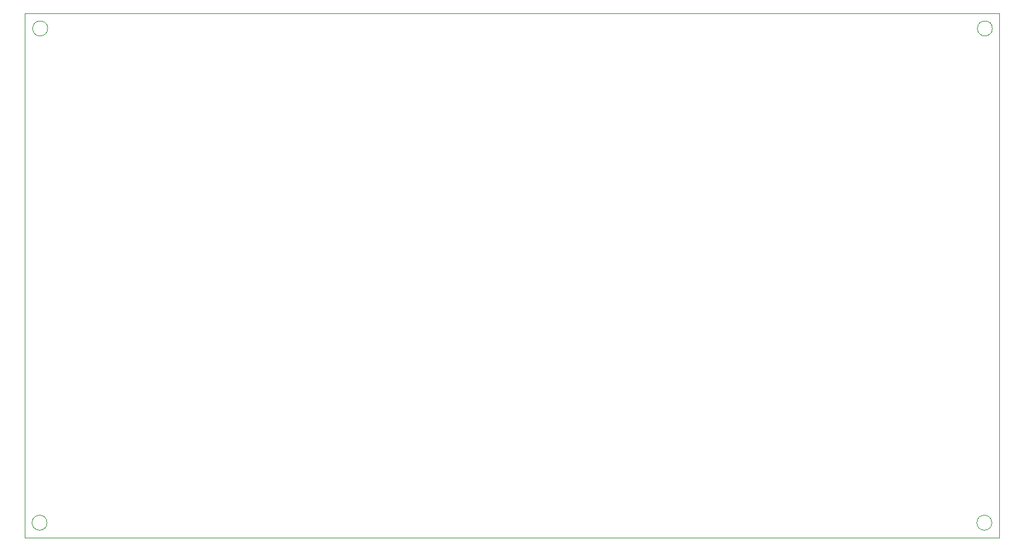
<source format=gbr>
%TF.GenerationSoftware,KiCad,Pcbnew,8.0.6-8.0.6-0~ubuntu22.04.1*%
%TF.CreationDate,2024-11-04T12:04:03+07:00*%
%TF.ProjectId,projectGATE,70726f6a-6563-4744-9741-54452e6b6963,rev?*%
%TF.SameCoordinates,Original*%
%TF.FileFunction,Profile,NP*%
%FSLAX46Y46*%
G04 Gerber Fmt 4.6, Leading zero omitted, Abs format (unit mm)*
G04 Created by KiCad (PCBNEW 8.0.6-8.0.6-0~ubuntu22.04.1) date 2024-11-04 12:04:03*
%MOMM*%
%LPD*%
G01*
G04 APERTURE LIST*
%TA.AperFunction,Profile*%
%ADD10C,0.050000*%
%TD*%
G04 APERTURE END LIST*
D10*
X214000000Y-78000000D02*
G75*
G02*
X212000000Y-78000000I-1000000J0D01*
G01*
X212000000Y-78000000D02*
G75*
G02*
X214000000Y-78000000I1000000J0D01*
G01*
X87920000Y-144000000D02*
G75*
G02*
X85920000Y-144000000I-1000000J0D01*
G01*
X85920000Y-144000000D02*
G75*
G02*
X87920000Y-144000000I1000000J0D01*
G01*
X213920000Y-144000000D02*
G75*
G02*
X211920000Y-144000000I-1000000J0D01*
G01*
X211920000Y-144000000D02*
G75*
G02*
X213920000Y-144000000I1000000J0D01*
G01*
X84920000Y-76000000D02*
X214920000Y-76000000D01*
X214920000Y-146000000D01*
X84920000Y-146000000D01*
X84920000Y-76000000D01*
X88000000Y-78000000D02*
G75*
G02*
X86000000Y-78000000I-1000000J0D01*
G01*
X86000000Y-78000000D02*
G75*
G02*
X88000000Y-78000000I1000000J0D01*
G01*
M02*

</source>
